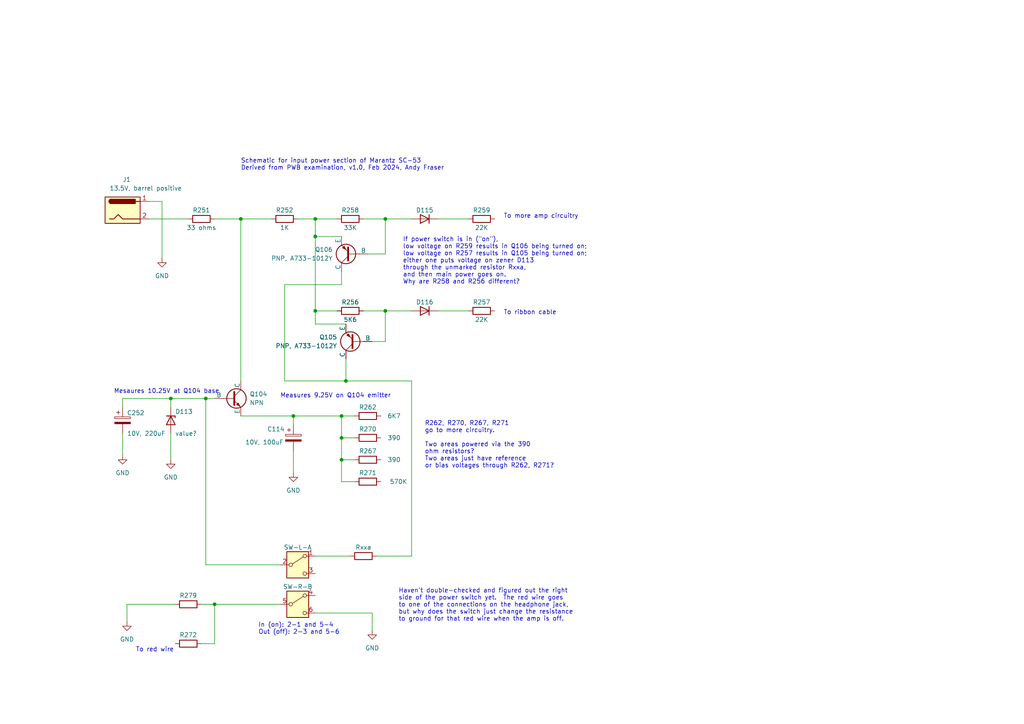
<source format=kicad_sch>
(kicad_sch (version 20230121) (generator eeschema)
  (paper "A4")
  (lib_symbols
    (symbol "Connector:Barrel_Jack" (pin_names (offset 1.016))
      (property "Reference" "J" (at 0 5.334 0))
      (property "Value" "Barrel_Jack" (at 0 -5.08 0))
      (symbol "Barrel_Jack_0_1"
        (rectangle (start -5.08 3.81) (end 5.08 -3.81) (stroke (width 0.254)) (fill (type background)))
        (arc (start -3.302 3.175) (mid -3.9343 2.54) (end -3.302 1.905) (stroke (width 0.254)))
        (arc (start -3.302 3.175) (mid -3.9343 2.54) (end -3.302 1.905) (stroke (width 0.254)) (fill (type outline)))
        (polyline (pts (xy 5.08 2.54) (xy 3.81 2.54)) (stroke (width 0.254)))
        (polyline (pts (xy -3.81 -2.54) (xy -2.54 -2.54) (xy -1.27 -1.27) (xy 0 -2.54) (xy 2.54 -2.54) (xy 5.08 -2.54)) (stroke (width 0.254)))
        (rectangle (start 3.683 3.175) (end -3.302 1.905) (stroke (width 0.254)) (fill (type outline)))
      )
      (symbol "Barrel_Jack_1_1"
        (pin passive line (at 7.62 2.54 180) (length 2.54) (name "~") (number "1"))
        (pin passive line (at 7.62 -2.54 180) (length 2.54) (name "~") (number "2"))
      )
    )
    (symbol "Device:C_Polarized" (pin_numbers hide) (pin_names (offset 0.254))
      (property "Reference" "C" (at 0.635 2.54 0))
      (property "Value" "C_Polarized" (at 0.635 -2.54 0))
      (symbol "C_Polarized_0_1"
        (rectangle (start -2.286 0.508) (end 2.286 1.016))
        (polyline (pts (xy -1.778 2.286) (xy -0.762 2.286)))
        (polyline (pts (xy -1.27 2.794) (xy -1.27 1.778)))
        (rectangle (start 2.286 -0.508) (end -2.286 -1.016) (fill (type outline)))
      )
      (symbol "C_Polarized_1_1"
        (pin passive line (at 0 3.81 270) (length 2.794) (name "~") (number "1"))
        (pin passive line (at 0 -3.81 90) (length 2.794) (name "~") (number "2"))
      )
    )
    (symbol "Device:D" (pin_numbers hide) (pin_names (offset 1.016) hide)
      (property "Reference" "D" (at 0 2.54 0))
      (property "Value" "D" (at 0 -2.54 0))
      (symbol "D_0_1"
        (polyline (pts (xy -1.27 1.27) (xy -1.27 -1.27)) (stroke (width 0.254)))
        (polyline (pts (xy 1.27 0) (xy -1.27 0)))
        (polyline (pts (xy 1.27 1.27) (xy 1.27 -1.27) (xy -1.27 0) (xy 1.27 1.27)) (stroke (width 0.254)))
      )
      (symbol "D_1_1"
        (pin passive line (at -3.81 0 0) (length 2.54) (name "K") (number "1"))
        (pin passive line (at 3.81 0 180) (length 2.54) (name "A") (number "2"))
      )
    )
    (symbol "Device:D_Zener" (pin_numbers hide) (pin_names (offset 1.016) hide)
      (property "Reference" "D" (at 0 2.54 0))
      (property "Value" "D_Zener" (at 0 -2.54 0))
      (symbol "D_Zener_0_1"
        (polyline (pts (xy 1.27 0) (xy -1.27 0)))
        (polyline (pts (xy -1.27 -1.27) (xy -1.27 1.27) (xy -0.762 1.27)) (stroke (width 0.254)))
        (polyline (pts (xy 1.27 -1.27) (xy 1.27 1.27) (xy -1.27 0) (xy 1.27 -1.27)) (stroke (width 0.254)))
      )
      (symbol "D_Zener_1_1"
        (pin passive line (at -3.81 0 0) (length 2.54) (name "K") (number "1"))
        (pin passive line (at 3.81 0 180) (length 2.54) (name "A") (number "2"))
      )
    )
    (symbol "Device:R" (pin_numbers hide) (pin_names (offset 0))
      (property "Reference" "R" (at 2.032 0 90))
      (property "Value" "R" (at 0 0 90))
      (symbol "R_0_1"
        (rectangle (start -1.016 -2.54) (end 1.016 2.54) (stroke (width 0.254)))
      )
      (symbol "R_1_1"
        (pin passive line (at 0 3.81 270) (length 1.27) (name "~") (number "1"))
        (pin passive line (at 0 -3.81 90) (length 1.27) (name "~") (number "2"))
      )
    )
    (symbol "Simulation_SPICE:NPN" (pin_numbers hide) (pin_names (offset 0))
      (property "Reference" "Q" (at -2.54 7.62 0))
      (property "Value" "NPN" (at -2.54 5.08 0))
      (symbol "NPN_0_1"
        (polyline (pts (xy -2.54 0) (xy 0.635 0)) (stroke (width 0.1524)))
        (polyline (pts (xy 0.635 0.635) (xy 2.54 2.54)))
        (polyline (pts (xy 2.794 -1.27) (xy 2.794 -1.27)) (stroke (width 0.1524)))
        (polyline (pts (xy 2.794 -1.27) (xy 2.794 -1.27)) (stroke (width 0.1524)))
        (polyline (pts (xy 0.635 -0.635) (xy 2.54 -2.54) (xy 2.54 -2.54)))
        (polyline (pts (xy 0.635 1.905) (xy 0.635 -1.905) (xy 0.635 -1.905)) (stroke (width 0.508)))
        (polyline (pts (xy 1.27 -1.778) (xy 1.778 -1.27) (xy 2.286 -2.286) (xy 1.27 -1.778) (xy 1.27 -1.778)) (fill (type outline)))
        (circle (center 1.27 0) (radius 2.8194) (stroke (width 0.254)))
      )
      (symbol "NPN_1_1"
        (pin open_collector line (at 2.54 5.08 270) (length 2.54) (name "C") (number "1"))
        (pin input line (at -5.08 0 0) (length 2.54) (name "B") (number "2"))
        (pin open_emitter line (at 2.54 -5.08 90) (length 2.54) (name "E") (number "3"))
      )
    )
    (symbol "Simulation_SPICE:PNP" (pin_numbers hide) (pin_names (offset 0))
      (property "Reference" "Q" (at -2.54 7.62 0))
      (property "Value" "PNP" (at -2.54 5.08 0))
      (symbol "PNP_0_1"
        (polyline (pts (xy -2.54 0) (xy 0.635 0)) (stroke (width 0.1524)))
        (polyline (pts (xy 0.635 0.635) (xy 2.54 2.54)))
        (polyline (pts (xy 0.635 -0.635) (xy 2.54 -2.54) (xy 2.54 -2.54)))
        (polyline (pts (xy 0.635 1.905) (xy 0.635 -1.905) (xy 0.635 -1.905)) (stroke (width 0.508)))
        (polyline (pts (xy 2.286 -1.778) (xy 1.778 -2.286) (xy 1.27 -1.27) (xy 2.286 -1.778) (xy 2.286 -1.778)) (fill (type outline)))
        (circle (center 1.27 0) (radius 2.8194) (stroke (width 0.254)))
      )
      (symbol "PNP_1_1"
        (pin open_collector line (at 2.54 5.08 270) (length 2.54) (name "C") (number "1"))
        (pin input line (at -5.08 0 0) (length 2.54) (name "B") (number "2"))
        (pin open_emitter line (at 2.54 -5.08 90) (length 2.54) (name "E") (number "3"))
      )
    )
    (symbol "Switch:SW_DPDT_x2" (pin_names (offset 0) hide)
      (property "Reference" "SW" (at 0 5.08 0))
      (property "Value" "SW_DPDT_x2" (at 0 -5.08 0))
      (symbol "SW_DPDT_x2_0_0"
        (circle (center -2.032 0) (radius 0.508))
        (circle (center 2.032 -2.54) (radius 0.508))
      )
      (symbol "SW_DPDT_x2_0_1"
        (rectangle (start -3.175 3.81) (end 3.175 -3.81) (stroke (width 0.254)) (fill (type background)))
        (polyline (pts (xy -1.524 0.254) (xy 1.5748 2.286)))
        (circle (center 2.032 2.54) (radius 0.508))
      )
      (symbol "SW_DPDT_x2_1_1"
        (pin passive line (at 5.08 2.54 180) (length 2.54) (name "A") (number "1"))
        (pin passive line (at -5.08 0 0) (length 2.54) (name "B") (number "2"))
        (pin passive line (at 5.08 -2.54 180) (length 2.54) (name "C") (number "3"))
      )
      (symbol "SW_DPDT_x2_2_1"
        (pin passive line (at 5.08 2.54 180) (length 2.54) (name "A") (number "4"))
        (pin passive line (at -5.08 0 0) (length 2.54) (name "B") (number "5"))
        (pin passive line (at 5.08 -2.54 180) (length 2.54) (name "C") (number "6"))
      )
    )
    (symbol "power:GND" (power) (pin_names (offset 0))
      (property "Value" "GND" (at 0 -3.81 0))
      (symbol "GND_0_1"
        (polyline (pts (xy 0 0) (xy 0 -1.27) (xy 1.27 -1.27) (xy 0 -2.54) (xy -1.27 -1.27) (xy 0 -1.27)))
      )
      (symbol "GND_1_1"
        (pin power_in line (at 0 0 270) (length 0) hide (name "GND") (number "1"))
      )
    )
  )
  (junction (at 111.76 63.5))
  (junction (at 99.06 133.35))
  (junction (at 99.06 120.65))
  (junction (at 99.06 127))
  (junction (at 100.33 110.49))
  (junction (at 59.69 115.57))
  (junction (at 91.44 63.5))
  (junction (at 111.76 90.17))
  (junction (at 91.44 90.17))
  (junction (at 91.44 68.58))
  (junction (at 49.53 115.57))
  (junction (at 85.09 120.65))
  (junction (at 69.85 63.5))
  (junction (at 62.23 175.26))
  (wire (pts (xy 111.76 90.17) (xy 111.76 99.06)))
  (wire (pts (xy 111.76 99.06) (xy 107.95 99.06)))
  (wire (pts (xy 105.41 63.5) (xy 111.76 63.5)))
  (wire (pts (xy 35.56 115.57) (xy 35.56 118.11)))
  (wire (pts (xy 91.44 161.29) (xy 101.6 161.29)))
  (wire (pts (xy 91.44 63.5) (xy 97.79 63.5)))
  (wire (pts (xy 59.69 163.83) (xy 81.28 163.83)))
  (wire (pts (xy 62.23 175.26) (xy 81.28 175.26)))
  (wire (pts (xy 82.55 110.49) (xy 100.33 110.49)))
  (wire (pts (xy 49.53 125.73) (xy 49.53 133.35)))
  (wire (pts (xy 35.56 115.57) (xy 49.53 115.57)))
  (wire (pts (xy 58.42 175.26) (xy 62.23 175.26)))
  (wire (pts (xy 91.44 68.58) (xy 99.06 68.58)))
  (wire (pts (xy 59.69 115.57) (xy 62.23 115.57)))
  (wire (pts (xy 36.83 180.34) (xy 36.83 175.26)))
  (wire (pts (xy 69.85 63.5) (xy 69.85 110.49)))
  (wire (pts (xy 91.44 63.5) (xy 91.44 68.58)))
  (wire (pts (xy 86.36 63.5) (xy 91.44 63.5)))
  (wire (pts (xy 82.55 82.55) (xy 82.55 110.49)))
  (wire (pts (xy 107.95 177.8) (xy 107.95 182.88)))
  (wire (pts (xy 46.99 58.42) (xy 46.99 74.93)))
  (wire (pts (xy 119.38 161.29) (xy 109.22 161.29)))
  (wire (pts (xy 43.18 58.42) (xy 46.99 58.42)))
  (wire (pts (xy 91.44 93.98) (xy 100.33 93.98)))
  (wire (pts (xy 99.06 133.35) (xy 99.06 139.7)))
  (wire (pts (xy 111.76 63.5) (xy 111.76 73.66)))
  (wire (pts (xy 91.44 90.17) (xy 91.44 93.98)))
  (wire (pts (xy 99.06 120.65) (xy 102.87 120.65)))
  (wire (pts (xy 100.33 104.14) (xy 100.33 110.49)))
  (wire (pts (xy 49.53 115.57) (xy 49.53 118.11)))
  (wire (pts (xy 85.09 130.81) (xy 85.09 137.16)))
  (wire (pts (xy 35.56 125.73) (xy 35.56 132.08)))
  (wire (pts (xy 119.38 110.49) (xy 119.38 161.29)))
  (wire (pts (xy 36.83 175.26) (xy 50.8 175.26)))
  (wire (pts (xy 91.44 90.17) (xy 97.79 90.17)))
  (wire (pts (xy 85.09 120.65) (xy 99.06 120.65)))
  (wire (pts (xy 127 63.5) (xy 135.89 63.5)))
  (wire (pts (xy 111.76 63.5) (xy 119.38 63.5)))
  (wire (pts (xy 99.06 78.74) (xy 99.06 82.55)))
  (wire (pts (xy 62.23 175.26) (xy 62.23 186.69)))
  (wire (pts (xy 127 90.17) (xy 135.89 90.17)))
  (wire (pts (xy 99.06 139.7) (xy 102.87 139.7)))
  (wire (pts (xy 100.33 110.49) (xy 119.38 110.49)))
  (wire (pts (xy 99.06 120.65) (xy 99.06 127)))
  (wire (pts (xy 69.85 120.65) (xy 85.09 120.65)))
  (wire (pts (xy 58.42 186.69) (xy 62.23 186.69)))
  (wire (pts (xy 43.18 63.5) (xy 54.61 63.5)))
  (wire (pts (xy 85.09 120.65) (xy 85.09 123.19)))
  (wire (pts (xy 105.41 90.17) (xy 111.76 90.17)))
  (wire (pts (xy 62.23 63.5) (xy 69.85 63.5)))
  (wire (pts (xy 106.68 73.66) (xy 111.76 73.66)))
  (wire (pts (xy 99.06 82.55) (xy 82.55 82.55)))
  (wire (pts (xy 49.53 115.57) (xy 59.69 115.57)))
  (wire (pts (xy 59.69 115.57) (xy 59.69 163.83)))
  (wire (pts (xy 99.06 127) (xy 102.87 127)))
  (wire (pts (xy 69.85 63.5) (xy 78.74 63.5)))
  (wire (pts (xy 111.76 90.17) (xy 119.38 90.17)))
  (wire (pts (xy 91.44 68.58) (xy 91.44 90.17)))
  (wire (pts (xy 99.06 133.35) (xy 102.87 133.35)))
  (wire (pts (xy 91.44 177.8) (xy 107.95 177.8)))
  (wire (pts (xy 99.06 127) (xy 99.06 133.35)))
  (text "Schematic for input power section of Marantz SC-53\nDerived from PWB examination, v1.0, Feb 2024, Andy Fraser" (at 69.85 49.53 0) (effects (font (size 1.27 1.27)) (justify left bottom)))
  (text "Mesaures 10.25V at Q104 base" (at 33.02 114.3 0) (effects (font (size 1.27 1.27)) (justify left bottom)))
  (text "To red wire" (at 39.37 189.23 0) (effects (font (size 1.27 1.27)) (justify left bottom)))
  (text "In (on): 2-1 and 5-4\nOut (off): 2-3 and 5-6" (at 74.93 184.15 0) (effects (font (size 1.27 1.27)) (justify left bottom)))
  (text "To ribbon cable" (at 146.05 91.44 0) (effects (font (size 1.27 1.27)) (justify left bottom)))
  (text "R262, R270, R267, R271\ngo to more circuitry.\n\nTwo areas powered via the 390\nohm resistors?\nTwo areas just have reference \nor bias voltages through R262, R271?\n" (at 123.19 135.89 0) (effects (font (size 1.27 1.27)) (justify left bottom)))
  (text "Haven't double-checked and figured out the right\nside of the power switch yet.  The red wire goes \nto one of the connections on the headphone jack,\nbut why does the switch just change the resistance\nto ground for that red wire when the amp is off." (at 115.57 180.34 0) (effects (font (size 1.27 1.27)) (justify left bottom)))
  (text "If power switch is in (\"on\"),\nlow voltage on R259 results in Q106 being turned on;\nlow voltage on R257 results in Q105 being turned on;\neither one puts voltage on zener D113\nthrough the unmarked resistor Rxxa,\nand then main power goes on.\nWhy are R258 and R256 different?\n" (at 116.84 82.55 0) (effects (font (size 1.27 1.27)) (justify left bottom)))
  (text "To more amp circuitry" (at 146.05 63.5 0) (effects (font (size 1.27 1.27)) (justify left bottom)))
  (text "Measures 9.25V on Q104 emitter" (at 81.28 115.57 0) (effects (font (size 1.27 1.27)) (justify left bottom)))
  (symbol (lib_id "Simulation_SPICE:NPN") (at 67.31 115.57 0) (unit 1)
    (property "Reference" "Q104" (at 72.39 114.3 0) (effects (justify left)))
    (property "Value" "NPN" (at 72.39 116.84 0) (effects (justify left)))
    (property "Sim.Device" "NPN" (effects hide))
    (property "Sim.Type" "GUMMELPOON" (effects hide))
    (property "Sim.Pins" "1=C 2=B 3=E" (effects hide))
  )
  (symbol (lib_id "Device:R") (at 106.68 120.65 90) (unit 1)
    (property "Reference" "R262" (at 106.68 118.11 90))
    (property "Value" "6K7" (at 114.3 120.65 90))
  )
  (symbol (lib_id "Device:R") (at 105.41 161.29 90) (unit 1)
    (property "Reference" "Rxxa" (at 105.41 158.75 90))
    (property "Value" "R" (effects hide))
  )
  (symbol (lib_id "Switch:SW_DPDT_x2") (at 86.36 175.26 0) (unit 2)
    (property "Reference" "SW-R-" (at 86.36 170.18 0))
    (property "Value" "SW_DPDT_x2" (effects hide))
  )
  (symbol (lib_id "power:GND") (at 49.53 133.35 0) (unit 1)
    (property "Reference" "#PWR?" (effects hide))
    (property "Value" "GND" (at 49.53 138.43 0))
  )
  (symbol (lib_id "Device:R") (at 101.6 90.17 90) (unit 1)
    (property "Reference" "R256" (at 101.6 87.63 90))
    (property "Value" "5K6" (at 101.6 92.71 90))
  )
  (symbol (lib_id "power:GND") (at 46.99 74.93 0) (unit 1)
    (property "Reference" "#PWR01" (effects hide))
    (property "Value" "GND" (at 46.99 80.01 0))
  )
  (symbol (lib_id "Connector:Barrel_Jack") (at 35.56 60.96 0) (unit 1)
    (property "Reference" "J1" (at 35.56 52.07 0) (effects (justify left)))
    (property "Value" "13.5V, barrel positive" (at 31.75 54.61 0) (effects (justify left)))
  )
  (symbol (lib_id "Simulation_SPICE:PNP") (at 102.87 99.06 180) (unit 1)
    (property "Reference" "Q105" (at 97.79 97.79 0) (effects (justify left)))
    (property "Value" "PNP, A733-1012Y" (at 97.79 100.33 0) (effects (justify left)))
    (property "Sim.Device" "PNP" (effects hide))
    (property "Sim.Type" "GUMMELPOON" (effects hide))
    (property "Sim.Pins" "1=C 2=B 3=E" (effects hide))
  )
  (symbol (lib_id "Simulation_SPICE:PNP") (at 101.6 73.66 180) (unit 1)
    (property "Reference" "Q106" (at 96.52 72.39 0) (effects (justify left)))
    (property "Value" "PNP, A733-1012Y" (at 96.52 74.93 0) (effects (justify left)))
    (property "Sim.Device" "PNP" (effects hide))
    (property "Sim.Type" "GUMMELPOON" (effects hide))
    (property "Sim.Pins" "1=C 2=B 3=E" (effects hide))
  )
  (symbol (lib_id "Device:D") (at 123.19 90.17 180) (unit 1)
    (property "Reference" "D116" (at 123.19 87.63 0))
    (property "Value" "D" (effects hide))
    (property "Sim.Device" "D" (effects hide))
    (property "Sim.Pins" "1=K 2=A" (effects hide))
  )
  (symbol (lib_id "Device:D_Zener") (at 49.53 121.92 270) (unit 1)
    (property "Reference" "D113" (at 50.8 119.38 90) (effects (justify left)))
    (property "Value" "value?" (at 50.8 125.73 90) (effects (justify left)))
  )
  (symbol (lib_id "Device:R") (at 139.7 63.5 90) (unit 1)
    (property "Reference" "R259" (at 139.7 60.96 90))
    (property "Value" "22K" (at 139.7 66.04 90))
  )
  (symbol (lib_id "power:GND") (at 85.09 137.16 0) (unit 1)
    (property "Reference" "#PWR03" (effects hide))
    (property "Value" "GND" (at 85.09 142.24 0))
  )
  (symbol (lib_id "Device:R") (at 54.61 186.69 90) (unit 1)
    (property "Reference" "R272" (at 54.61 184.15 90))
    (property "Value" "R" (effects hide))
  )
  (symbol (lib_id "Device:R") (at 106.68 127 90) (unit 1)
    (property "Reference" "R270" (at 106.68 124.46 90))
    (property "Value" "390" (at 114.3 127 90))
  )
  (symbol (lib_id "Device:R") (at 101.6 63.5 90) (unit 1)
    (property "Reference" "R258" (at 101.6 60.96 90))
    (property "Value" "33K" (at 101.6 66.04 90))
  )
  (symbol (lib_id "power:GND") (at 107.95 182.88 0) (unit 1)
    (property "Reference" "#PWR04" (effects hide))
    (property "Value" "GND" (at 107.95 187.96 0))
  )
  (symbol (lib_id "Device:R") (at 106.68 133.35 90) (unit 1)
    (property "Reference" "R267" (at 106.68 130.81 90))
    (property "Value" "390" (at 114.3 133.35 90))
  )
  (symbol (lib_id "Device:C_Polarized") (at 85.09 127 0) (unit 1)
    (property "Reference" "C114" (at 77.47 124.46 0) (effects (justify left)))
    (property "Value" "10V, 100uF" (at 71.12 128.27 0) (effects (justify left)))
  )
  (symbol (lib_id "Device:R") (at 139.7 90.17 90) (unit 1)
    (property "Reference" "R257" (at 139.7 87.63 90))
    (property "Value" "22K" (at 139.7 92.71 90))
  )
  (symbol (lib_id "Device:R") (at 54.61 175.26 90) (unit 1)
    (property "Reference" "R279" (at 54.61 172.72 90))
    (property "Value" "R" (effects hide))
  )
  (symbol (lib_id "Device:D") (at 123.19 63.5 180) (unit 1)
    (property "Reference" "D115" (at 123.19 60.96 0))
    (property "Value" "D" (effects hide))
    (property "Sim.Device" "D" (effects hide))
    (property "Sim.Pins" "1=K 2=A" (effects hide))
  )
  (symbol (lib_id "Device:C_Polarized") (at 35.56 121.92 0) (unit 1)
    (property "Reference" "C252" (at 39.37 119.761 0))
    (property "Value" "10V, 220uF" (at 36.83 125.73 0) (effects (justify left)))
  )
  (symbol (lib_id "Switch:SW_DPDT_x2") (at 86.36 163.83 0) (unit 1)
    (property "Reference" "SW-L-" (at 86.36 158.75 0))
    (property "Value" "SW_DPDT_x2" (effects hide))
  )
  (symbol (lib_id "power:GND") (at 36.83 180.34 0) (unit 1)
    (property "Reference" "#PWR05" (effects hide))
    (property "Value" "GND" (at 36.83 185.42 0))
  )
  (symbol (lib_id "Device:R") (at 58.42 63.5 270) (unit 1)
    (property "Reference" "R251" (at 58.42 60.96 90))
    (property "Value" "33 ohms" (at 58.42 66.04 90))
  )
  (symbol (lib_id "Device:R") (at 106.68 139.7 90) (unit 1)
    (property "Reference" "R271" (at 106.68 137.16 90))
    (property "Value" "570K" (at 115.57 139.7 90))
  )
  (symbol (lib_id "Device:R") (at 82.55 63.5 90) (unit 1)
    (property "Reference" "R252" (at 82.55 60.96 90))
    (property "Value" "1K" (at 82.55 66.04 90))
  )
  (symbol (lib_id "power:GND") (at 35.56 132.08 0) (unit 1)
    (property "Reference" "#PWR02" (effects hide))
    (property "Value" "GND" (at 35.56 137.16 0))
  )
)
</source>
